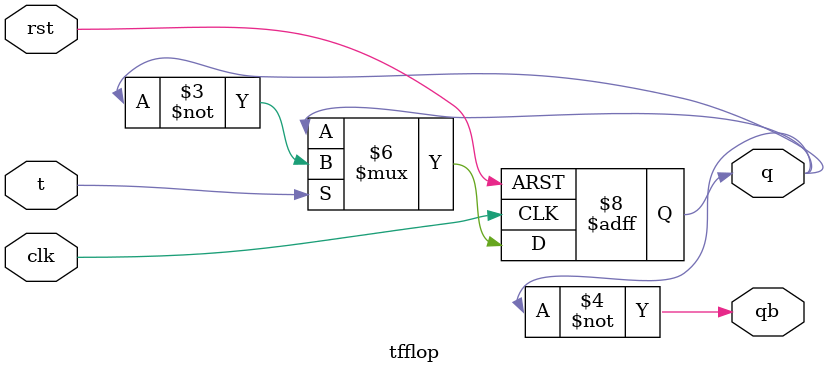
<source format=v>
module asyn_updown(clk,rst,up_down,q,qb);

	input clk,rst,up_down;
	output [3:0] q;
	output [3:0] qb;
	
	wire t;
	wire clk1,clk2,clk3;
	
	assign t = 1;
	
	assign clk1 = up_down ? ~q[0] : q[0];
    assign clk2 = up_down ? ~q[1] : q[1];
    assign clk3 = up_down ? ~q[2] : q[2];
	
	tfflop t0(clk,rst,t,q[0],qb[0]);
	tfflop t1(clk1,rst,t,q[1],qb[1]);
	tfflop t2(clk2,rst,t,q[2],qb[2]);
	tfflop t3(clk3,rst,t,q[3],qb[3]);
	
endmodule 	

module tfflop(clk,rst,t,q,qb);

	input clk,rst;
	input t;
	output reg q;
	output qb;
	
	always @(posedge clk or negedge rst)
	begin
	
		if(~rst)
			q <= 0;
		else if(t)
			q <= ~q;
		else
			q <= q;
			
	end

	assign qb = ~q;

endmodule	

</source>
